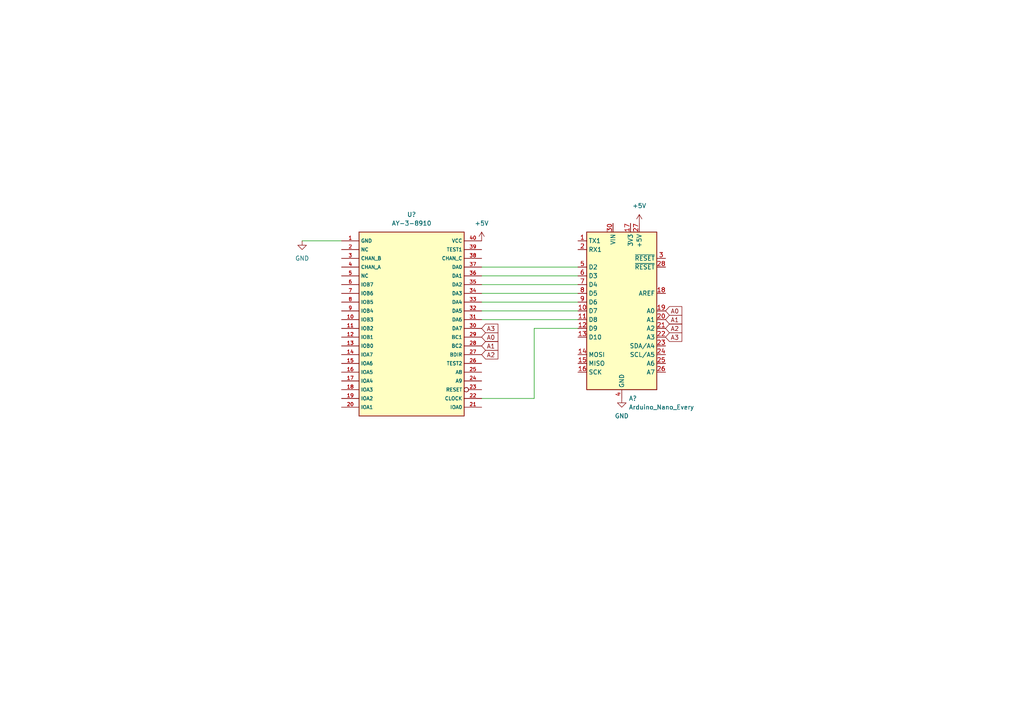
<source format=kicad_sch>
(kicad_sch (version 20211123) (generator eeschema)
  (paper "A4")
  (lib_symbols
    (symbol "MCU_Module:Arduino_Nano_Every"
      (property "Reference" "A" (at -10.16 23.495 0))
      (property "Value" "Arduino_Nano_Every" (at 5.08 -24.13 0))
      (symbol "Arduino_Nano_Every_0_1"
        (rectangle (start -10.16 22.86) (end 10.16 -22.86) (stroke (width 0.254)) (fill (type background)))
      )
      (symbol "Arduino_Nano_Every_1_1"
        (pin bidirectional line (at -12.7 20.32 0) (length 2.54) (name "TX1") (number "1"))
        (pin bidirectional line (at -12.7 0 0) (length 2.54) (name "D7") (number "10"))
        (pin bidirectional line (at -12.7 -2.54 0) (length 2.54) (name "D8") (number "11"))
        (pin bidirectional line (at -12.7 -5.08 0) (length 2.54) (name "D9") (number "12"))
        (pin bidirectional line (at -12.7 -7.62 0) (length 2.54) (name "D10") (number "13"))
        (pin bidirectional line (at -12.7 -12.7 0) (length 2.54) (name "MOSI") (number "14"))
        (pin bidirectional line (at -12.7 -15.24 0) (length 2.54) (name "MISO") (number "15"))
        (pin bidirectional line (at -12.7 -17.78 0) (length 2.54) (name "SCK") (number "16"))
        (pin power_out line (at 2.54 25.4 270) (length 2.54) (name "3V3") (number "17"))
        (pin input line (at 12.7 5.08 180) (length 2.54) (name "AREF") (number "18"))
        (pin bidirectional line (at 12.7 0 180) (length 2.54) (name "A0") (number "19"))
        (pin bidirectional line (at -12.7 17.78 0) (length 2.54) (name "RX1") (number "2"))
        (pin bidirectional line (at 12.7 -2.54 180) (length 2.54) (name "A1") (number "20"))
        (pin bidirectional line (at 12.7 -5.08 180) (length 2.54) (name "A2") (number "21"))
        (pin bidirectional line (at 12.7 -7.62 180) (length 2.54) (name "A3") (number "22"))
        (pin bidirectional line (at 12.7 -10.16 180) (length 2.54) (name "SDA/A4") (number "23"))
        (pin bidirectional line (at 12.7 -12.7 180) (length 2.54) (name "SCL/A5") (number "24"))
        (pin bidirectional line (at 12.7 -15.24 180) (length 2.54) (name "A6") (number "25"))
        (pin bidirectional line (at 12.7 -17.78 180) (length 2.54) (name "A7") (number "26"))
        (pin power_out line (at 5.08 25.4 270) (length 2.54) (name "+5V") (number "27"))
        (pin input line (at 12.7 12.7 180) (length 2.54) (name "~{RESET}") (number "28"))
        (pin passive line (at 0 -25.4 90) (length 2.54) hide (name "GND") (number "29"))
        (pin input line (at 12.7 15.24 180) (length 2.54) (name "~{RESET}") (number "3"))
        (pin power_in line (at -2.54 25.4 270) (length 2.54) (name "VIN") (number "30"))
        (pin power_in line (at 0 -25.4 90) (length 2.54) (name "GND") (number "4"))
        (pin bidirectional line (at -12.7 12.7 0) (length 2.54) (name "D2") (number "5"))
        (pin bidirectional line (at -12.7 10.16 0) (length 2.54) (name "D3") (number "6"))
        (pin bidirectional line (at -12.7 7.62 0) (length 2.54) (name "D4") (number "7"))
        (pin bidirectional line (at -12.7 5.08 0) (length 2.54) (name "D5") (number "8"))
        (pin bidirectional line (at -12.7 2.54 0) (length 2.54) (name "D6") (number "9"))
      )
    )
    (symbol "power:+5V" (power) (pin_names (offset 0))
      (property "Value" "+5V" (at 0 3.556 0))
      (symbol "+5V_0_1"
        (polyline (pts (xy -0.762 1.27) (xy 0 2.54)))
        (polyline (pts (xy 0 0) (xy 0 2.54)))
        (polyline (pts (xy 0 2.54) (xy 0.762 1.27)))
      )
      (symbol "+5V_1_1"
        (pin power_in line (at 0 0 90) (length 0) hide (name "+5V") (number "1"))
      )
    )
    (symbol "power:GND" (power) (pin_names (offset 0))
      (property "Value" "GND" (at 0 -3.81 0))
      (symbol "GND_0_1"
        (polyline (pts (xy 0 0) (xy 0 -1.27) (xy 1.27 -1.27) (xy 0 -2.54) (xy -1.27 -1.27) (xy 0 -1.27)))
      )
      (symbol "GND_1_1"
        (pin power_in line (at 0 0 270) (length 0) hide (name "GND") (number "1"))
      )
    )
    (symbol "xenir_v6:AY-3-8910"
      (property "Reference" "U" (at 0 -29.21 0))
      (property "Value" "AY-3-8910" (at 0 -2.54 0))
      (symbol "AY-3-8910_0_0"
        (rectangle (start -15.24 -5.08) (end 15.24 -58.42) (stroke (width 0.254)) (fill (type background)))
        (pin power_in line (at -20.32 -7.62 0) (length 5.08) (name "GND") (number "1"))
        (pin bidirectional line (at -20.32 -30.48 0) (length 5.08) (name "IOB3") (number "10"))
        (pin bidirectional line (at -20.32 -33.02 0) (length 5.08) (name "IOB2") (number "11"))
        (pin bidirectional line (at -20.32 -35.56 0) (length 5.08) (name "IOB1") (number "12"))
        (pin bidirectional line (at -20.32 -38.1 0) (length 5.08) (name "IOB0") (number "13"))
        (pin bidirectional line (at -20.32 -40.64 0) (length 5.08) (name "IOA7") (number "14"))
        (pin bidirectional line (at -20.32 -43.18 0) (length 5.08) (name "IOA6") (number "15"))
        (pin bidirectional line (at -20.32 -45.72 0) (length 5.08) (name "IOA5") (number "16"))
        (pin bidirectional line (at -20.32 -48.26 0) (length 5.08) (name "IOA4") (number "17"))
        (pin bidirectional line (at -20.32 -50.8 0) (length 5.08) (name "IOA3") (number "18"))
        (pin bidirectional line (at -20.32 -53.34 0) (length 5.08) (name "IOA2") (number "19"))
        (pin power_in line (at -20.32 -10.16 0) (length 5.08) (name "NC") (number "2"))
        (pin bidirectional line (at -20.32 -55.88 0) (length 5.08) (name "IOA1") (number "20"))
        (pin bidirectional line (at 20.32 -55.88 180) (length 5.08) (name "IOA0") (number "21"))
        (pin input line (at 20.32 -53.34 180) (length 5.08) (name "CLOCK") (number "22"))
        (pin input inverted (at 20.32 -50.8 180) (length 5.08) (name "RESET") (number "23"))
        (pin bidirectional line (at 20.32 -48.26 180) (length 5.08) (name "A9") (number "24"))
        (pin bidirectional line (at 20.32 -45.72 180) (length 5.08) (name "A8") (number "25"))
        (pin bidirectional line (at 20.32 -43.18 180) (length 5.08) (name "TEST2") (number "26"))
        (pin input line (at 20.32 -40.64 180) (length 5.08) (name "BDIR") (number "27"))
        (pin input line (at 20.32 -38.1 180) (length 5.08) (name "BC2") (number "28"))
        (pin input line (at 20.32 -35.56 180) (length 5.08) (name "BC1") (number "29"))
        (pin output line (at -20.32 -12.7 0) (length 5.08) (name "CHAN_B") (number "3"))
        (pin bidirectional line (at 20.32 -33.02 180) (length 5.08) (name "DA7") (number "30"))
        (pin bidirectional line (at 20.32 -30.48 180) (length 5.08) (name "DA6") (number "31"))
        (pin bidirectional line (at 20.32 -27.94 180) (length 5.08) (name "DA5") (number "32"))
        (pin bidirectional line (at 20.32 -25.4 180) (length 5.08) (name "DA4") (number "33"))
        (pin bidirectional line (at 20.32 -22.86 180) (length 5.08) (name "DA3") (number "34"))
        (pin bidirectional line (at 20.32 -20.32 180) (length 5.08) (name "DA2") (number "35"))
        (pin bidirectional line (at 20.32 -17.78 180) (length 5.08) (name "DA1") (number "36"))
        (pin bidirectional line (at 20.32 -15.24 180) (length 5.08) (name "DA0") (number "37"))
        (pin output line (at 20.32 -12.7 180) (length 5.08) (name "CHAN_C") (number "38"))
        (pin bidirectional line (at 20.32 -10.16 180) (length 5.08) (name "TEST1") (number "39"))
        (pin output line (at -20.32 -15.24 0) (length 5.08) (name "CHAN_A") (number "4"))
        (pin power_in line (at 20.32 -7.62 180) (length 5.08) (name "VCC") (number "40"))
        (pin bidirectional line (at -20.32 -17.78 0) (length 5.08) (name "NC") (number "5"))
        (pin bidirectional line (at -20.32 -20.32 0) (length 5.08) (name "IOB7") (number "6"))
        (pin bidirectional line (at -20.32 -22.86 0) (length 5.08) (name "IOB6") (number "7"))
        (pin bidirectional line (at -20.32 -25.4 0) (length 5.08) (name "IOB5") (number "8"))
        (pin bidirectional line (at -20.32 -27.94 0) (length 5.08) (name "IOB4") (number "9"))
      )
    )
  )
  (wire (pts (xy 139.7 80.01) (xy 167.64 80.01)))
  (wire (pts (xy 139.7 82.55) (xy 167.64 82.55)))
  (wire (pts (xy 139.7 115.57) (xy 154.94 115.57)))
  (wire (pts (xy 87.63 69.85) (xy 99.06 69.85)))
  (wire (pts (xy 139.7 92.71) (xy 167.64 92.71)))
  (wire (pts (xy 154.94 95.25) (xy 154.94 115.57)))
  (wire (pts (xy 139.7 77.47) (xy 167.64 77.47)))
  (wire (pts (xy 167.64 95.25) (xy 154.94 95.25)))
  (wire (pts (xy 139.7 90.17) (xy 167.64 90.17)))
  (wire (pts (xy 139.7 87.63) (xy 167.64 87.63)))
  (wire (pts (xy 139.7 85.09) (xy 167.64 85.09)))
  (global_label "A3" (shape input) (at 139.7 95.25 0) (property "Intersheet References" "${INTERSHEET_REFS}" (effects hide)))
  (global_label "A0" (shape input) (at 139.7 97.79 0) (property "Intersheet References" "${INTERSHEET_REFS}" (effects hide)))
  (global_label "A1" (shape input) (at 139.7 100.33 0) (property "Intersheet References" "${INTERSHEET_REFS}" (effects hide)))
  (global_label "A2" (shape input) (at 193.04 95.25 0) (property "Intersheet References" "${INTERSHEET_REFS}" (effects hide)))
  (global_label "A1" (shape input) (at 193.04 92.71 0) (property "Intersheet References" "${INTERSHEET_REFS}" (effects hide)))
  (global_label "A2" (shape input) (at 139.7 102.87 0) (property "Intersheet References" "${INTERSHEET_REFS}" (effects hide)))
  (global_label "A0" (shape input) (at 193.04 90.17 0) (property "Intersheet References" "${INTERSHEET_REFS}" (effects hide)))
  (global_label "A3" (shape input) (at 193.04 97.79 0) (property "Intersheet References" "${INTERSHEET_REFS}" (effects hide)))
  (symbol (lib_id "xenir_v6:AY-3-8910") (at 119.38 62.23 0) (unit 1)
    (property "Reference" "U?" (at 119.38 62.23 0))
    (property "Value" "AY-3-8910" (at 119.38 64.77 0))
  )
  (symbol (lib_id "power:GND") (at 87.63 69.85 0) (unit 1)
    (property "Reference" "#PWR?" (effects hide))
    (property "Value" "GND" (at 87.63 74.93 0))
  )
  (symbol (lib_id "power:GND") (at 180.34 115.57 0) (unit 1)
    (property "Reference" "#PWR?" (effects hide))
    (property "Value" "GND" (at 180.34 120.65 0))
  )
  (symbol (lib_id "power:+5V") (at 139.7 69.85 0) (unit 1)
    (property "Reference" "#PWR?" (effects hide))
    (property "Value" "+5V" (at 139.7 64.77 0))
  )
  (symbol (lib_id "power:+5V") (at 185.42 64.77 0) (unit 1)
    (property "Reference" "#PWR?" (effects hide))
    (property "Value" "+5V" (at 185.42 59.69 0))
  )
  (symbol (lib_id "MCU_Module:Arduino_Nano_Every") (at 180.34 90.17 0) (unit 1)
    (property "Reference" "A?" (at 182.3594 115.57 0) (effects (justify left)))
    (property "Value" "Arduino_Nano_Every" (at 182.3594 118.11 0) (effects (justify left)))
    (property "Footprint" "Module:Arduino_Nano" (effects hide))
    (property "Datasheet" "https://content.arduino.cc/assets/NANOEveryV3.0_sch.pdf" (effects hide))
  )
)
</source>
